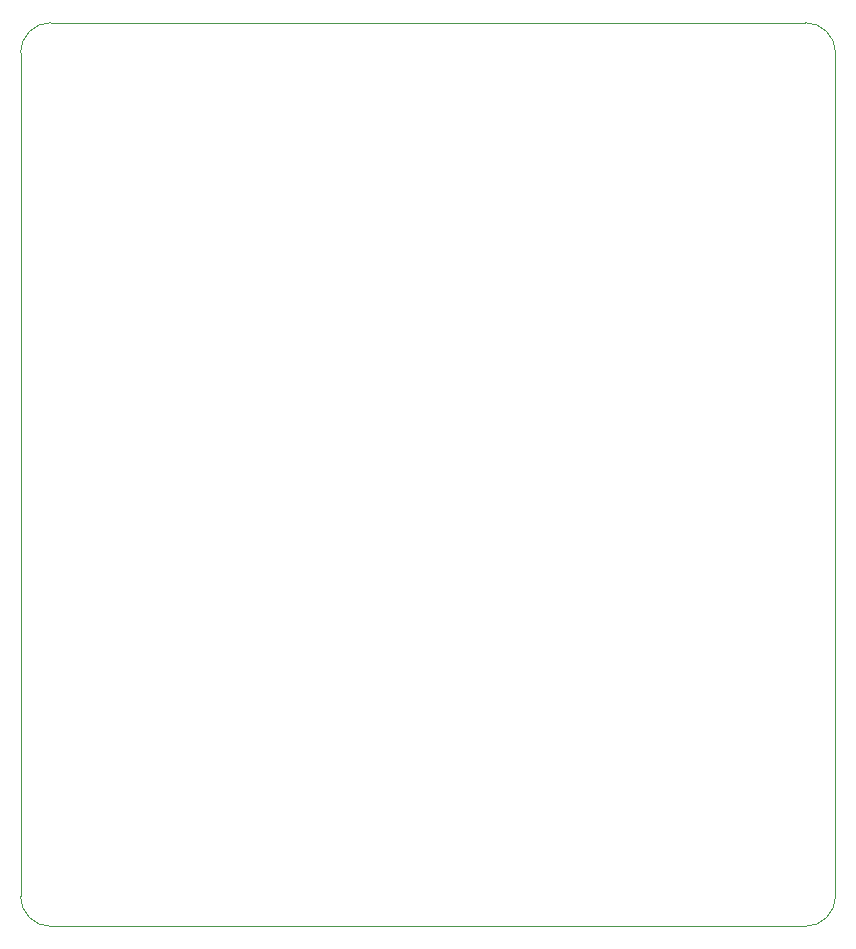
<source format=gm1>
%TF.GenerationSoftware,KiCad,Pcbnew,7.0.8*%
%TF.CreationDate,2024-07-21T17:29:17-05:00*%
%TF.ProjectId,esdi_fmc,65736469-5f66-46d6-932e-6b696361645f,rev?*%
%TF.SameCoordinates,Original*%
%TF.FileFunction,Profile,NP*%
%FSLAX46Y46*%
G04 Gerber Fmt 4.6, Leading zero omitted, Abs format (unit mm)*
G04 Created by KiCad (PCBNEW 7.0.8) date 2024-07-21 17:29:17*
%MOMM*%
%LPD*%
G01*
G04 APERTURE LIST*
%TA.AperFunction,Profile*%
%ADD10C,0.025400*%
%TD*%
G04 APERTURE END LIST*
D10*
X119800000Y-53340000D02*
G75*
G03*
X117260000Y-50800000I-2540000J0D01*
G01*
X119800000Y-124760000D02*
X119800000Y-53340000D01*
X50800000Y-124760000D02*
G75*
G03*
X53340000Y-127300000I2540000J0D01*
G01*
X53340000Y-50800000D02*
G75*
G03*
X50800000Y-53340000I0J-2540000D01*
G01*
X53340000Y-50800000D02*
X117260000Y-50800000D01*
X50800000Y-124760000D02*
X50800000Y-53340000D01*
X53340000Y-127300000D02*
X117260000Y-127300000D01*
X117260000Y-127300000D02*
G75*
G03*
X119800000Y-124760000I0J2540000D01*
G01*
M02*

</source>
